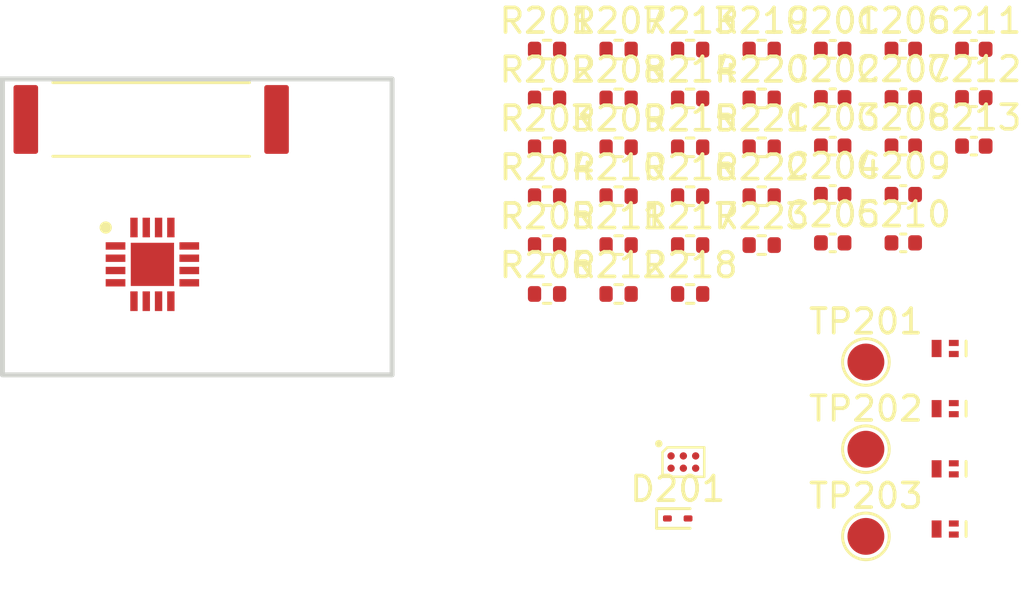
<source format=kicad_pcb>
(kicad_pcb (version 20221018) (generator pcbnew)
  (layers (0 "F.Cu" signal) (31 "B.Cu" signal) (34 "B.Paste" user) (35 "F.Paste" user) (36 "B.SilkS" user "B.Silkscreen") (37 "F.SilkS" user "F.Silkscreen") (38 "B.Mask" user) (39 "F.Mask" user) (44 "Edge.Cuts" user))
  (net 0 "")
  (net 1 "/RFID/SIGNAL")
  (net 2 "GND")
  (net 3 "/RFID/AMP1_IN")
  (net 4 "+3V3")
  (net 5 "/RFID/1V65_UNREG")
  (net 6 "/RFID/RF")
  (net 7 "/RFID/AMP2_IN")
  (net 8 "/RFID/SIGNAL_ENVELOPE")
  (net 9 "/RFID/AMP2_OUT")
  (net 10 "/RFID/AMP2_NEG")
  (net 11 "/RFID/CARRIER_RAW")
  (net 12 "/RFID/AMP3_IN")
  (net 13 "+1V8")
  (net 14 "/RFID/AMP3_OUT")
  (net 15 "/RFID/AMP3_NEG")
  (net 16 "/RFID/RF_IN")
  (net 17 "+1V65")
  (net 18 "/RFID/SHDN")
  (net 19 "/RFID/AMP1_OUT")
  (net 20 "/RFID/AMP1_NEG")
  (net 21 "/RFID/CARRIER")
  (net 22 "/RFID/OUT_SHIFT")
  (net 23 "/RFID/OUT_G")
  (net 24 "/RFID/SHIFT_G")
  (net 25 "/RFID/SHIFT_PD")
  (net 26 "+VSYS")
  (net 27 "/RFID/SHIFT_ND")
  (net 28 "/RFID/PULL_G")
  (net 29 "/RFID/PULL_D")
  (net 30 "/RFID/OUT")
  (net 31 "/RFID/PULL")
  (footprint "Resistor_SMD:R_0402_1005Metric" (layer "F.Cu") (at 143.915 82.585)
    (fp_text reference "R209" (at 0 -1.17) (layer "F.SilkS"))
    (fp_text value "4k7")
    (fp_line (start -0.153641 -0.38) (end 0.153641 -0.38) (stroke (width 0.12)) (layer "F.SilkS"))
    (fp_line (start -0.153641 0.38) (end 0.153641 0.38) (stroke (width 0.12)) (layer "F.SilkS"))
    (pad "1" smd roundrect (at -0.51 0) (size 0.54 0.64) (layers "F.Cu" "F.Paste" "F.Mask") (net 20 "/RFID/AMP1_NEG"))
    (pad "2" smd roundrect (at 0.51 0) (size 0.54 0.64) (layers "F.Cu" "F.Paste" "F.Mask") (net 19 "/RFID/AMP1_OUT"))
  )
  (footprint "Capacitor_SMD:C_0402_1005Metric" (layer "F.Cu") (at 152.625 84.505)
    (fp_text reference "C204" (at 0 -1.16) (layer "F.SilkS"))
    (fp_text value "1u")
    (fp_line (start -0.107836 -0.36) (end 0.107836 -0.36) (stroke (width 0.12)) (layer "F.SilkS"))
    (fp_line (start -0.107836 0.36) (end 0.107836 0.36) (stroke (width 0.12)) (layer "F.SilkS"))
    (pad "1" smd roundrect (at -0.48 0) (size 0.56 0.62) (layers "F.Cu" "F.Paste" "F.Mask") (net 5 "/RFID/1V65_UNREG"))
    (pad "2" smd roundrect (at 0.48 0) (size 0.56 0.62) (layers "F.Cu" "F.Paste" "F.Mask") (net 2 "GND"))
  )
  (footprint "Resistor_SMD:R_0402_1005Metric" (layer "F.Cu") (at 141.005 84.575)
    (fp_text reference "R204" (at 0 -1.17) (layer "F.SilkS"))
    (fp_text value "1k")
    (fp_line (start -0.153641 -0.38) (end 0.153641 -0.38) (stroke (width 0.12)) (layer "F.SilkS"))
    (fp_line (start -0.153641 0.38) (end 0.153641 0.38) (stroke (width 0.12)) (layer "F.SilkS"))
    (pad "1" smd roundrect (at -0.51 0) (size 0.54 0.64) (layers "F.Cu" "F.Paste" "F.Mask") (net 24 "/RFID/SHIFT_G"))
    (pad "2" smd roundrect (at 0.51 0) (size 0.54 0.64) (layers "F.Cu" "F.Paste" "F.Mask") (net 26 "+VSYS"))
  )
  (footprint "watch_footprints:DMN21D2UFB7B" (layer "F.Cu") (at 157.2 95.675)
    (fp_text reference "Q203" hide)
    (fp_text value "DMN21D2UFB-7B" hide)
    (fp_line (start 0.85 -0.3) (end 0.85 0.3) (stroke (width 0.12)) (layer "F.SilkS"))
    (pad "1" smd rect (at 0.35 0.225 90) (size 0.25 0.4) (layers "F.Cu" "F.Paste" "F.Mask") (net 24 "/RFID/SHIFT_G"))
    (pad "2" smd rect (at 0.35 -0.225 90) (size 0.25 0.4) (layers "F.Cu" "F.Paste" "F.Mask") (net 2 "GND"))
    (pad "3" smd rect (at -0.35 0) (size 0.4 0.7) (layers "F.Cu" "F.Paste" "F.Mask") (net 27 "/RFID/SHIFT_ND"))
  )
  (footprint "Resistor_SMD:R_0402_1005Metric" (layer "F.Cu") (at 143.915 88.555)
    (fp_text reference "R212" (at 0 -1.17) (layer "F.SilkS"))
    (fp_text value "33k")
    (fp_line (start -0.153641 -0.38) (end 0.153641 -0.38) (stroke (width 0.12)) (layer "F.SilkS"))
    (fp_line (start -0.153641 0.38) (end 0.153641 0.38) (stroke (width 0.12)) (layer "F.SilkS"))
    (pad "1" smd roundrect (at -0.51 0) (size 0.54 0.64) (layers "F.Cu" "F.Paste" "F.Mask") (net 5 "/RFID/1V65_UNREG"))
    (pad "2" smd roundrect (at 0.51 0) (size 0.54 0.64) (layers "F.Cu" "F.Paste" "F.Mask") (net 2 "GND"))
  )
  (footprint "Resistor_SMD:R_0402_1005Metric" (layer "F.Cu") (at 146.825 88.555)
    (fp_text reference "R218" (at 0 -1.17) (layer "F.SilkS"))
    (fp_text value "1k")
    (fp_line (start -0.153641 -0.38) (end 0.153641 -0.38) (stroke (width 0.12)) (layer "F.SilkS"))
    (fp_line (start -0.153641 0.38) (end 0.153641 0.38) (stroke (width 0.12)) (layer "F.SilkS"))
    (pad "1" smd roundrect (at -0.51 0) (size 0.54 0.64) (layers "F.Cu" "F.Paste" "F.Mask") (net 9 "/RFID/AMP2_OUT"))
    (pad "2" smd roundrect (at 0.51 0) (size 0.54 0.64) (layers "F.Cu" "F.Paste" "F.Mask") (net 12 "/RFID/AMP3_IN"))
  )
  (footprint "Capacitor_SMD:C_0402_1005Metric" (layer "F.Cu") (at 152.625 82.535)
    (fp_text reference "C203" (at 0 -1.16) (layer "F.SilkS"))
    (fp_text value "100n")
    (fp_line (start -0.107836 -0.36) (end 0.107836 -0.36) (stroke (width 0.12)) (layer "F.SilkS"))
    (fp_line (start -0.107836 0.36) (end 0.107836 0.36) (stroke (width 0.12)) (layer "F.SilkS"))
    (pad "1" smd roundrect (at -0.48 0) (size 0.56 0.62) (layers "F.Cu" "F.Paste" "F.Mask") (net 4 "+3V3"))
    (pad "2" smd roundrect (at 0.48 0) (size 0.56 0.62) (layers "F.Cu" "F.Paste" "F.Mask") (net 2 "GND"))
  )
  (footprint "TestPoint:TestPoint_Pad_D1.5mm" (layer "F.Cu") (at 153.975 98.425)
    (fp_text reference "TP203" (at 0 -1.648) (layer "F.SilkS"))
    (fp_text value "1.5mm")
    (fp_circle (center 0 0) (end 0 0.95) (stroke (width 0.12)) (fill none) (layer "F.SilkS"))
    (pad "1" smd circle (at 0 0) (size 1.5 1.5) (layers "F.Cu" "F.Mask") (net 16 "/RFID/RF_IN"))
  )
  (footprint "Capacitor_SMD:C_0402_1005Metric" (layer "F.Cu") (at 152.625 86.475)
    (fp_text reference "C205" (at 0 -1.16) (layer "F.SilkS"))
    (fp_text value "330p")
    (fp_line (start -0.107836 -0.36) (end 0.107836 -0.36) (stroke (width 0.12)) (layer "F.SilkS"))
    (fp_line (start -0.107836 0.36) (end 0.107836 0.36) (stroke (width 0.12)) (layer "F.SilkS"))
    (pad "1" smd roundrect (at -0.48 0) (size 0.56 0.62) (layers "F.Cu" "F.Paste" "F.Mask") (net 6 "/RFID/RF"))
    (pad "2" smd roundrect (at 0.48 0) (size 0.56 0.62) (layers "F.Cu" "F.Paste" "F.Mask") (net 2 "GND"))
  )
  (footprint "Capacitor_SMD:C_0402_1005Metric" (layer "F.Cu") (at 155.495 82.535)
    (fp_text reference "C208" (at 0 -1.16) (layer "F.SilkS"))
    (fp_text value "100p")
    (fp_line (start -0.107836 -0.36) (end 0.107836 -0.36) (stroke (width 0.12)) (layer "F.SilkS"))
    (fp_line (start -0.107836 0.36) (end 0.107836 0.36) (stroke (width 0.12)) (layer "F.SilkS"))
    (pad "1" smd roundrect (at -0.48 0) (size 0.56 0.62) (layers "F.Cu" "F.Paste" "F.Mask") (net 9 "/RFID/AMP2_OUT"))
    (pad "2" smd roundrect (at 0.48 0) (size 0.56 0.62) (layers "F.Cu" "F.Paste" "F.Mask") (net 10 "/RFID/AMP2_NEG"))
  )
  (footprint "Capacitor_SMD:C_0402_1005Metric" (layer "F.Cu") (at 158.365 82.535)
    (fp_text reference "C213" (at 0 -1.16) (layer "F.SilkS"))
    (fp_text value "100p")
    (fp_line (start -0.107836 -0.36) (end 0.107836 -0.36) (stroke (width 0.12)) (layer "F.SilkS"))
    (fp_line (start -0.107836 0.36) (end 0.107836 0.36) (stroke (width 0.12)) (layer "F.SilkS"))
    (pad "1" smd roundrect (at -0.48 0) (size 0.56 0.62) (layers "F.Cu" "F.Paste" "F.Mask") (net 16 "/RFID/RF_IN"))
    (pad "2" smd roundrect (at 0.48 0) (size 0.56 0.62) (layers "F.Cu" "F.Paste" "F.Mask") (net 2 "GND"))
  )
  (footprint "Resistor_SMD:R_0402_1005Metric" (layer "F.Cu") (at 146.825 82.585)
    (fp_text reference "R215" (at 0 -1.17) (layer "F.SilkS"))
    (fp_text value "100R")
    (fp_line (start -0.153641 -0.38) (end 0.153641 -0.38) (stroke (width 0.12)) (layer "F.SilkS"))
    (fp_line (start -0.153641 0.38) (end 0.153641 0.38) (stroke (width 0.12)) (layer "F.SilkS"))
    (pad "1" smd roundrect (at -0.51 0) (size 0.54 0.64) (layers "F.Cu" "F.Paste" "F.Mask") (net 31 "/RFID/PULL"))
    (pad "2" smd roundrect (at 0.51 0) (size 0.54 0.64) (layers "F.Cu" "F.Paste" "F.Mask") (net 28 "/RFID/PULL_G"))
  )
  (footprint "Resistor_SMD:R_0402_1005Metric" (layer "F.Cu") (at 141.005 88.555)
    (fp_text reference "R206" (at 0 -1.17) (layer "F.SilkS"))
    (fp_text value "4R7")
    (fp_line (start -0.153641 -0.38) (end 0.153641 -0.38) (stroke (width 0.12)) (layer "F.SilkS"))
    (fp_line (start -0.153641 0.38) (end 0.153641 0.38) (stroke (width 0.12)) (layer "F.SilkS"))
    (pad "1" smd roundrect (at -0.51 0) (size 0.54 0.64) (layers "F.Cu" "F.Paste" "F.Mask") (net 22 "/RFID/OUT_SHIFT"))
    (pad "2" smd roundrect (at 0.51 0) (size 0.54 0.64) (layers "F.Cu" "F.Paste" "F.Mask") (net 25 "/RFID/SHIFT_PD"))
  )
  (footprint "Resistor_SMD:R_0402_1005Metric" (layer "F.Cu") (at 146.825 80.595)
    (fp_text reference "R214" (at 0 -1.17) (layer "F.SilkS"))
    (fp_text value "1k")
    (fp_line (start -0.153641 -0.38) (end 0.153641 -0.38) (stroke (width 0.12)) (layer "F.SilkS"))
    (fp_line (start -0.153641 0.38) (end 0.153641 0.38) (stroke (width 0.12)) (layer "F.SilkS"))
    (pad "1" smd roundrect (at -0.51 0) (size 0.54 0.64) (layers "F.Cu" "F.Paste" "F.Mask") (net 7 "/RFID/AMP2_IN"))
    (pad "2" smd roundrect (at 0.51 0) (size 0.54 0.64) (layers "F.Cu" "F.Paste" "F.Mask") (net 10 "/RFID/AMP2_NEG"))
  )
  (footprint "Capacitor_SMD:C_0402_1005Metric" (layer "F.Cu") (at 155.495 86.475)
    (fp_text reference "C210" (at 0 -1.16) (layer "F.SilkS"))
    (fp_text value "4n7")
    (fp_line (start -0.107836 -0.36) (end 0.107836 -0.36) (stroke (width 0.12)) (layer "F.SilkS"))
    (fp_line (start -0.107836 0.36) (end 0.107836 0.36) (stroke (width 0.12)) (layer "F.SilkS"))
    (pad "1" smd roundrect (at -0.48 0) (size 0.56 0.62) (layers "F.Cu" "F.Paste" "F.Mask") (net 12 "/RFID/AMP3_IN"))
    (pad "2" smd roundrect (at 0.48 0) (size 0.56 0.62) (layers "F.Cu" "F.Paste" "F.Mask") (net 2 "GND"))
  )
  (footprint "Resistor_SMD:R_0402_1005Metric" (layer "F.Cu") (at 149.735 86.565)
    (fp_text reference "R223" (at 0 -1.17) (layer "F.SilkS"))
    (fp_text value "20k")
    (fp_line (start -0.153641 -0.38) (end 0.153641 -0.38) (stroke (width 0.12)) (layer "F.SilkS"))
    (fp_line (start -0.153641 0.38) (end 0.153641 0.38) (stroke (width 0.12)) (layer "F.SilkS"))
    (pad "1" smd roundrect (at -0.51 0) (size 0.54 0.64) (layers "F.Cu" "F.Paste" "F.Mask") (net 16 "/RFID/RF_IN"))
    (pad "2" smd roundrect (at 0.51 0) (size 0.54 0.64) (layers "F.Cu" "F.Paste" "F.Mask") (net 2 "GND"))
  )
  (footprint "Diode_SMD:D_SOD-923" (layer "F.Cu") (at 146.32 97.695)
    (fp_text reference "D201" (at 0 -1.2) (layer "F.SilkS"))
    (fp_text value "ACDBQC0130L-HF")
    (fp_line (start -0.86 -0.4) (end -0.86 0.4) (stroke (width 0.12)) (layer "F.SilkS"))
    (fp_line (start 0.5 -0.4) (end -0.86 -0.4) (stroke (width 0.12)) (layer "F.SilkS"))
    (fp_line (start 0.5 0.4) (end -0.86 0.4) (stroke (width 0.12)) (layer "F.SilkS"))
    (pad "1" smd roundrect (at -0.42 0 180) (size 0.36 0.25) (layers "F.Cu" "F.Paste" "F.Mask") (net 8 "/RFID/SIGNAL_ENVELOPE"))
    (pad "2" smd roundrect (at 0.42 0 180) (size 0.36 0.25) (layers "F.Cu" "F.Paste" "F.Mask") (net 6 "/RFID/RF"))
  )
  (footprint "Resistor_SMD:R_0402_1005Metric" (layer "F.Cu") (at 146.825 86.565)
    (fp_text reference "R217" (at 0 -1.17) (layer "F.SilkS"))
    (fp_text value "330k")
    (fp_line (start -0.153641 -0.38) (end 0.153641 -0.38) (stroke (width 0.12)) (layer "F.SilkS"))
    (fp_line (start -0.153641 0.38) (end 0.153641 0.38) (stroke (width 0.12)) (layer "F.SilkS"))
    (pad "1" smd roundrect (at -0.51 0) (size 0.54 0.64) (layers "F.Cu" "F.Paste" "F.Mask") (net 2 "GND"))
    (pad "2" smd roundrect (at 0.51 0) (size 0.54 0.64) (layers "F.Cu" "F.Paste" "F.Mask") (net 8 "/RFID/SIGNAL_ENVELOPE"))
  )
  (footprint "watch_footprints:DMP21D5UFB47B" (layer "F.Cu") (at 157.2 93.225)
    (fp_text reference "Q202" hide)
    (fp_text value "DMP21D5UFB4-7B" hide)
    (fp_line (start 0.85 -0.3) (end 0.85 0.3) (stroke (width 0.12)) (layer "F.SilkS"))
    (pad "1" smd rect (at -0.35 0) (size 0.4 0.7) (layers "F.Cu" "F.Paste" "F.Mask") (net 25 "/RFID/SHIFT_PD"))
    (pad "2" smd rect (at 0.35 0.225 90) (size 0.25 0.4) (layers "F.Cu" "F.Paste" "F.Mask") (net 24 "/RFID/SHIFT_G"))
    (pad "3" smd rect (at 0.35 -0.225 90) (size 0.25 0.4) (layers "F.Cu" "F.Paste" "F.Mask") (net 26 "+VSYS"))
  )
  (footprint "Resistor_SMD:R_0402_1005Metric" (layer "F.Cu") (at 146.825 84.575)
    (fp_text reference "R216" (at 0 -1.17) (layer "F.SilkS"))
    (fp_text value "330")
    (fp_line (start -0.153641 -0.38) (end 0.153641 -0.38) (stroke (width 0.12)) (layer "F.SilkS"))
    (fp_line (start -0.153641 0.38) (end 0.153641 0.38) (stroke (width 0.12)) (layer "F.SilkS"))
    (pad "1" smd roundrect (at -0.51 0) (size 0.54 0.64) (layers "F.Cu" "F.Paste" "F.Mask") (net 29 "/RFID/PULL_D"))
    (pad "2" smd roundrect (at 0.51 0) (size 0.54 0.64) (layers "F.Cu" "F.Paste" "F.Mask") (net 8 "/RFID/SIGNAL_ENVELOPE"))
  )
  (footprint "Resistor_SMD:R_0402_1005Metric" (layer "F.Cu") (at 141.005 80.595)
    (fp_text reference "R202" (at 0 -1.17) (layer "F.SilkS"))
    (fp_text value "100R")
    (fp_line (start -0.153641 -0.38) (end 0.153641 -0.38) (stroke (width 0.12)) (layer "F.SilkS"))
    (fp_line (start -0.153641 0.38) (end 0.153641 0.38) (stroke (width 0.12)) (layer "F.SilkS"))
    (pad "1" smd roundrect (at -0.51 0) (size 0.54 0.64) (layers "F.Cu" "F.Paste" "F.Mask") (net 30 "/RFID/OUT"))
    (pad "2" smd roundrect (at 0.51 0) (size 0.54 0.64) (layers "F.Cu" "F.Paste" "F.Mask") (net 23 "/RFID/OUT_G"))
  )
  (footprint "TestPoint:TestPoint_Pad_D1.5mm" (layer "F.Cu") (at 153.975 94.875)
    (fp_text reference "TP202" (at 0 -1.648) (layer "F.SilkS"))
    (fp_text value "1.5mm")
    (fp_circle (center 0 0) (end 0 0.95) (stroke (width 0.12)) (fill none) (layer "F.SilkS"))
    (pad "1" smd circle (at 0 0) (size 1.5 1.5) (layers "F.Cu" "F.Mask") (net 8 "/RFID/SIGNAL_ENVELOPE"))
  )
  (footprint "Capacitor_SMD:C_0402_1005Metric" (layer "F.Cu") (at 152.625 80.565)
    (fp_text reference "C202" (at 0 -1.16) (layer "F.SilkS"))
    (fp_text value "220n")
    (fp_line (start -0.107836 -0.36) (end 0.107836 -0.36) (stroke (width 0.12)) (layer "F.SilkS"))
    (fp_line (start -0.107836 0.36) (end 0.107836 0.36) (stroke (width 0.12)) (layer "F.SilkS"))
    (pad "1" smd roundrect (at -0.48 0) (size 0.56 0.62) (layers "F.Cu" "F.Paste" "F.Mask") (net 1 "/RFID/SIGNAL"))
    (pad "2" smd roundrect (at 0.48 0) (size 0.56 0.62) (layers "F.Cu" "F.Paste" "F.Mask") (net 3 "/RFID/AMP1_IN"))
  )
  (footprint "Resistor_SMD:R_0402_1005Metric" (layer "F.Cu") (at 141.005 82.585)
    (fp_text reference "R203" (at 0 -1.17) (layer "F.SilkS"))
    (fp_text value "5k1")
    (fp_line (start -0.153641 -0.38) (end 0.153641 -0.38) (stroke (width 0.12)) (layer "F.SilkS"))
    (fp_line (start -0.153641 0.38) (end 0.153641 0.38) (stroke (width 0.12)) (layer "F.SilkS"))
    (pad "1" smd roundrect (at -0.51 0) (size 0.54 0.64) (layers "F.Cu" "F.Paste" "F.Mask") (net 8 "/RFID/SIGNAL_ENVELOPE"))
    (pad "2" smd roundrect (at 0.51 0) (size 0.54 0.64) (layers "F.Cu" "F.Paste" "F.Mask") (net 1 "/RFID/SIGNAL"))
  )
  (footprint "Resistor_SMD:R_0402_1005Metric" (layer "F.Cu") (at 141.005 86.565)
    (fp_text reference "R205" (at 0 -1.17) (layer "F.SilkS"))
    (fp_text value "1M")
    (fp_line (start -0.153641 -0.38) (end 0.153641 -0.38) (stroke (width 0.12)) (layer "F.SilkS"))
    (fp_line (start -0.153641 0.38) (end 0.153641 0.38) (stroke (width 0.12)) (layer "F.SilkS"))
    (pad "1" smd roundrect (at -0.51 0) (size 0.54 0.64) (layers "F.Cu" "F.Paste" "F.Mask") (net 3 "/RFID/AMP1_IN"))
    (pad "2" smd roundrect (at 0.51 0) (size 0.54 0.64) (layers "F.Cu" "F.Paste" "F.Mask") (net 17 "+1V65"))
  )
  (footprint "Resistor_SMD:R_0402_1005Metric" (layer "F.Cu") (at 149.735 78.605)
    (fp_text reference "R219" (at 0 -1.17) (layer "F.SilkS"))
    (fp_text value "330k")
    (fp_line (start -0.153641 -0.38) (end 0.153641 -0.38) (stroke (width 0.12)) (layer "F.SilkS"))
    (fp_line (start -0.153641 0.38) (end 0.153641 0.38) (stroke (width 0.12)) (layer "F.SilkS"))
    (pad "1" smd roundrect (at -0.51 0) (size 0.54 0.64) (layers "F.Cu" "F.Paste" "F.Mask") (net 2 "GND"))
    (pad "2" smd roundrect (at 0.51 0) (size 0.54 0.64) (layers "F.Cu" "F.Paste" "F.Mask") (net 11 "/RFID/CARRIER_RAW"))
  )
  (footprint "TestPoint:TestPoint_Pad_D1.5mm" (layer "F.Cu") (at 153.975 91.325)
    (fp_text reference "TP201" (at 0 -1.648) (layer "F.SilkS"))
    (fp_text value "1.5mm")
    (fp_circle (center 0 0) (end 0 0.95) (stroke (width 0.12)) (fill none) (layer "F.SilkS"))
    (pad "1" smd circle (at 0 0) (size 1.5 1.5) (layers "F.Cu" "F.Mask") (net 6 "/RFID/RF"))
  )
  (footprint "Resistor_SMD:R_0402_1005Metric" (layer "F.Cu") (at 143.915 86.565)
    (fp_text reference "R211" (at 0 -1.17) (layer "F.SilkS"))
    (fp_text value "33k")
    (fp_line (start -0.153641 -0.38) (end 0.153641 -0.38) (stroke (width 0.12)) (layer "F.SilkS"))
    (fp_line (start -0.153641 0.38) (end 0.153641 0.38) (stroke (width 0.12)) (layer "F.SilkS"))
    (pad "1" smd roundrect (at -0.51 0) (size 0.54 0.64) (layers "F.Cu" "F.Paste" "F.Mask") (net 4 "+3V3"))
    (pad "2" smd roundrect (at 0.51 0) (size 0.54 0.64) (layers "F.Cu" "F.Paste" "F.Mask") (net 5 "/RFID/1V65_UNREG"))
  )
  (footprint "watch_footprints:BGA6C50P3X2_152X100X69" (layer "F.Cu") (at 146.549 95.399)
    (fp_text reference "IC202" hide)
    (fp_text value "MAX9027EBT+T" hide)
    (fp_line (start -0.85 -0.4) (end -0.65 -0.6) (stroke (width 0.1)) (layer "F.SilkS"))
    (fp_line (start -0.85 0.6) (end -0.85 -0.4) (stroke (width 0.1)) (layer "F.SilkS"))
    (fp_line (start -0.65 -0.6) (end 0.85 -0.6) (stroke (width 0.1)) (layer "F.SilkS"))
    (fp_line (start 0.85 -0.6) (end 0.85 0.6) (stroke (width 0.1)) (layer "F.SilkS"))
    (fp_line (start 0.85 0.6) (end -0.85 0.6) (stroke (width 0.1)) (layer "F.SilkS"))
    (fp_circle (center -0.999 -0.749) (end -0.899 -0.749) (stroke (width 0.1)) (fill solid) (layer "F.SilkS"))
    (pad "A1" smd circle (at -0.5 -0.25 90) (size 0.298 0.298) (layers "F.Cu" "F.Paste" "F.Mask") (net 13 "+1V8"))
    (pad "A2" smd circle (at 0 -0.25 90) (size 0.298 0.298) (layers "F.Cu" "F.Paste" "F.Mask") (net 21 "/RFID/CARRIER"))
    (pad "A3" smd circle (at 0.5 -0.25 90) (size 0.298 0.298) (layers "F.Cu" "F.Paste" "F.Mask") (net 2 "GND"))
    (pad "B1" smd circle (at -0.5 0.25 90) (size 0.298 0.298) (layers "F.Cu" "F.Paste" "F.Mask") (net 11 "/RFID/CARRIER_RAW"))
    (pad "B2" smd circle (at 0 0.25 90) (size 0.298 0.298) (layers "F.Cu" "F.Paste" "F.Mask") (net 2 "GND"))
    (pad "B3" smd circle (at 0.5 0.25 90) (size 0.298 0.298) (layers "F.Cu" "F.Paste" "F.Mask") (net 2 "GND"))
  )
  (footprint "watch_footprints:DMN21D2UFB7B" (layer "F.Cu") (at 157.2 98.125)
    (fp_text reference "Q204" hide)
    (fp_text value "DMN21D2UFB-7B" hide)
    (fp_line (start 0.85 -0.3) (end 0.85 0.3) (stroke (width 0.12)) (layer "F.SilkS"))
    (pad "1" smd rect (at 0.35 0.225 90) (size 0.25 0.4) (layers "F.Cu" "F.Paste" "F.Mask") (net 28 "/RFID/PULL_G"))
    (pad "2" smd rect (at 0.35 -0.225 90) (size 0.25 0.4) (layers "F.Cu" "F.Paste" "F.Mask") (net 2 "GND"))
    (pad "3" smd rect (at -0.35 0) (size 0.4 0.7) (layers "F.Cu" "F.Paste" "F.Mask") (net 29 "/RFID/PULL_D"))
  )
  (footprint "Resistor_SMD:R_0402_1005Metric" (layer "F.Cu") (at 146.825 78.605)
    (fp_text reference "R213" (at 0 -1.17) (layer "F.SilkS"))
    (fp_text value "10k")
    (fp_line (start -0.153641 -0.38) (end 0.153641 -0.38) (stroke (width 0.12)) (layer "F.SilkS"))
    (fp_line (start -0.153641 0.38) (end 0.153641 0.38) (stroke (width 0.12)) (layer "F.SilkS"))
    (pad "1" smd roundrect (at -0.51 0) (size 0.54 0.64) (layers "F.Cu" "F.Paste" "F.Mask") (net 9 "/RFID/AMP2_OUT"))
    (pad "2" smd roundrect (at 0.51 0) (size 0.54 0.64) (layers "F.Cu" "F.Paste" "F.Mask") (net 7 "/RFID/AMP2_IN"))
  )
  (footprint "Capacitor_SMD:C_0402_1005Metric" (layer "F.Cu") (at 155.495 80.565)
    (fp_text reference "C207" (at 0 -1.16) (layer "F.SilkS"))
    (fp_text value "10n")
    (fp_line (start -0.107836 -0.36) (end 0.107836 -0.36) (stroke (width 0.12)) (layer "F.SilkS"))
    (fp_line (start -0.107836 0.36) (end 0.107836 0.36) (stroke (width 0.12)) (layer "F.SilkS"))
    (pad "1" smd roundrect (at -0.48 0) (size 0.56 0.62) (layers "F.Cu" "F.Paste" "F.Mask") (net 8 "/RFID/SIGNAL_ENVELOPE"))
    (pad "2" smd roundrect (at 0.48 0) (size 0.56 0.62) (layers "F.Cu" "F.Paste" "F.Mask") (net 2 "GND"))
  )
  (footprint "Resistor_SMD:R_0402_1005Metric" (layer "F.Cu") (at 143.915 84.575)
    (fp_text reference "R210" (at 0 -1.17) (layer "F.SilkS"))
    (fp_text value "1k")
    (fp_line (start -0.153641 -0.38) (end 0.153641 -0.38) (stroke (width 0.12)) (layer "F.SilkS"))
    (fp_line (start -0.153641 0.38) (end 0.153641 0.38) (stroke (width 0.12)) (layer "F.SilkS"))
    (pad "1" smd roundrect (at -0.51 0) (size 0.54 0.64) (layers "F.Cu" "F.Paste" "F.Mask") (net 19 "/RFID/AMP1_OUT"))
    (pad "2" smd roundrect (at 0.51 0) (size 0.54 0.64) (layers "F.Cu" "F.Paste" "F.Mask") (net 7 "/RFID/AMP2_IN"))
  )
  (footprint "Capacitor_SMD:C_0402_1005Metric" (layer "F.Cu") (at 158.365 78.595)
    (fp_text reference "C211" (at 0 -1.16) (layer "F.SilkS"))
    (fp_text value "100n")
    (fp_line (start -0.107836 -0.36) (end 0.107836 -0.36) (stroke (width 0.12)) (layer "F.SilkS"))
    (fp_line (start -0.107836 0.36) (end 0.107836 0.36) (stroke (width 0.12)) (layer "F.SilkS"))
    (pad "1" smd roundrect (at -0.48 0) (size 0.56 0.62) (layers "F.Cu" "F.Paste" "F.Mask") (net 13 "+1V8"))
    (pad "2" smd roundrect (at 0.48 0) (size 0.56 0.62) (layers "F.Cu" "F.Paste" "F.Mask") (net 2 "GND"))
  )
  (footprint "watch_footprints:DMN21D2UFB7B" (layer "F.Cu") (at 157.2 90.775)
    (fp_text reference "Q201" hide)
    (fp_text value "DMN21D2UFB-7B" hide)
    (fp_line (start 0.85 -0.3) (end 0.85 0.3) (stroke (width 0.12)) (layer "F.SilkS"))
    (pad "1" smd rect (at 0.35 0.225 90) (size 0.25 0.4) (layers "F.Cu" "F.Paste" "F.Mask") (net 23 "/RFID/OUT_G"))
    (pad "2" smd rect (at 0.35 -0.225 90) (size 0.25 0.4) (layers "F.Cu" "F.Paste" "F.Mask") (net 2 "GND"))
    (pad "3" smd rect (at -0.35 0) (size 0.4 0.7) (layers "F.Cu" "F.Paste" "F.Mask") (net 24 "/RFID/SHIFT_G"))
  )
  (footprint "Capacitor_SMD:C_0402_1005Metric" (layer "F.Cu") (at 152.625 78.595)
    (fp_text reference "C201" (at 0 -1.16) (layer "F.SilkS"))
    (fp_text value "1n")
    (fp_line (start -0.107836 -0.36) (end 0.107836 -0.36) (stroke (width 0.12)) (layer "F.SilkS"))
    (fp_line (start -0.107836 0.36) (end 0.107836 0.36) (stroke (width 0.12)) (layer "F.SilkS"))
    (pad "1" smd roundrect (at -0.48 0) (size 0.56 0.62) (layers "F.Cu" "F.Paste" "F.Mask") (net 1 "/RFID/SIGNAL"))
    (pad "2" smd roundrect (at 0.48 0) (size 0.56 0.62) (layers "F.Cu" "F.Paste" "F.Mask") (net 2 "GND"))
  )
  (footprint "Resistor_SMD:R_0402_1005Metric" (layer "F.Cu") (at 149.735 82.585)
    (fp_text reference "R221" (at 0 -1.17) (layer "F.SilkS"))
    (fp_text value "1k")
    (fp_line (start -0.153641 -0.38) (end 0.153641 -0.38) (stroke (width 0.12)) (layer "F.SilkS"))
    (fp_line (start -0.153641 0.38) (end 0.153641 0.38) (stroke (width 0.12)) (layer "F.SilkS"))
    (pad "1" smd roundrect (at -0.51 0) (size 0.54 0.64) (layers "F.Cu" "F.Paste" "F.Mask") (net 12 "/RFID/AMP3_IN"))
    (pad "2" smd roundrect (at 0.51 0) (size 0.54 0.64) (layers "F.Cu" "F.Paste" "F.Mask") (net 15 "/RFID/AMP3_NEG"))
  )
  (footprint "watch_footprints:TR1102-0491J" (layer "F.Cu") (at 124.9 81.45)
    (fp_text reference "L201" hide)
    (fp_text value "TR1102-0491J")
    (fp_line (start -4 -1.5) (end 4 -1.5) (stroke (width 0.12)) (layer "F.SilkS"))
    (fp_line (start 4 1.5) (end -4 1.5) (stroke (width 0.12)) (layer "F.SilkS"))
    (pad "1" smd roundrect (at -5.1 0) (size 1 2.8) (layers "F.Cu" "F.Paste" "F.Mask") (roundrect_rratio 0.1) (net 22 "/RFID/OUT_SHIFT"))
    (pad "2" smd roundrect (at 5.1 0) (size 1 2.8) (layers "F.Cu" "F.Paste" "F.Mask") (roundrect_rratio 0.1) (net 6 "/RFID/RF"))
  )
  (footprint "Resistor_SMD:R_0402_1005Metric" (layer "F.Cu") (at 149.735 84.575)
    (fp_text reference "R222" (at 0 -1.17) (layer "F.SilkS"))
    (fp_text value "10k")
    (fp_line (start -0.153641 -0.38) (end 0.153641 -0.38) (stroke (width 0.12)) (layer "F.SilkS"))
    (fp_line (start -0.153641 0.38) (end 0.153641 0.38) (stroke (width 0.12)) (layer "F.SilkS"))
    (pad "1" smd roundrect (at -0.51 0) (size 0.54 0.64) (layers "F.Cu" "F.Paste" "F.Mask") (net 14 "/RFID/AMP3_OUT"))
    (pad "2" smd roundrect (at 0.51 0) (size 0.54 0.64) (layers "F.Cu" "F.Paste" "F.Mask") (net 16 "/RFID/RF_IN"))
  )
  (footprint "Capacitor_SMD:C_0402_1005Metric" (layer "F.Cu") (at 155.495 84.505)
    (fp_text reference "C209" (at 0 -1.16) (layer "F.SilkS"))
    (fp_text value "10n")
    (fp_line (start -0.107836 -0.36) (end 0.107836 -0.36) (stroke (width 0.12)) (layer "F.SilkS"))
    (fp_line (start -0.107836 0.36) (end 0.107836 0.36) (stroke (width 0.12)) (layer "F.SilkS"))
    (pad "1" smd roundrect (at -0.48 0) (size 0.56 0.62) (layers "F.Cu" "F.Paste" "F.Mask") (net 6 "/RFID/RF"))
    (pad "2" smd roundrect (at 0.48 0) (size 0.56 0.62) (layers "F.Cu" "F.Paste" "F.Mask") (net 11 "/RFID/CARRIER_RAW"))
  )
  (footprint "Resistor_SMD:R_0402_1005Metric" (layer "F.Cu") (at 141.005 78.605)
    (fp_text reference "R201" (at 0 -1.17) (layer "F.SilkS"))
    (fp_text value "10k")
    (fp_line (start -0.153641 -0.38) (end 0.153641 -0.38) (stroke (width 0.12)) (layer "F.SilkS"))
    (fp_line (start -0.153641 0.38) (end 0.153641 0.38) (stroke (width 0.12)) (layer "F.SilkS"))
    (pad "1" smd roundrect (at -0.51 0) (size 0.54 0.64) (layers "F.Cu" "F.Paste" "F.Mask") (net 2 "GND"))
    (pad "2" smd roundrect (at 0.51 0) (size 0.54 0.64) (layers "F.Cu" "F.Paste" "F.Mask") (net 30 "/RFID/OUT"))
  )
  (footprint "Resistor_SMD:R_0402_1005Metric" (layer "F.Cu") (at 143.915 78.605)
    (fp_text reference "R207" (at 0 -1.17) (layer "F.SilkS"))
    (fp_text value "4R7")
    (fp_line (start -0.153641 -0.38) (end 0.153641 -0.38) (stroke (width 0.12)) (layer "F.SilkS"))
    (fp_line (start -0.153641 0.38) (end 0.153641 0.38) (stroke (width 0.12)) (layer "F.SilkS"))
    (pad "1" smd roundrect (at -0.51 0) (size 0.54 0.64) (layers "F.Cu" "F.Paste" "F.Mask") (net 27 "/RFID/SHIFT_ND"))
    (pad "2" smd roundrect (at 0.51 0) (size 0.54 0.64) (layers "F.Cu" "F.Paste" "F.Mask") (net 22 "/RFID/OUT_SHIFT"))
  )
  (footprint "Resistor_SMD:R_0402_1005Metric" (layer "F.Cu") (at 143.915 80.595)
    (fp_text reference "R208" (at 0 -1.17) (layer "F.SilkS"))
    (fp_text value "1k")
    (fp_line (start -0.153641 -0.38) (end 0.153641 -0.38) (stroke (width 0.12)) (layer "F.SilkS"))
    (fp_line (start -0.153641 0.38) (end 0.153641 0.38) (stroke (width 0.12)) (layer "F.SilkS"))
    (pad "1" smd roundrect (at -0.51 0) (size 0.54 0.64) (layers "F.Cu" "F.Paste" "F.Mask") (net 17 "+1V65"))
    (pad "2" smd roundrect (at 0.51 0) (size 0.54 0.64) (layers "F.Cu" "F.Paste" "F.Mask") (net 20 "/RFID/AMP1_NEG"))
  )
  (footprint "Resistor_SMD:R_0402_1005Metric" (layer "F.Cu") (at 149.735 80.595)
    (fp_text reference "R220" (at 0 -1.17) (layer "F.SilkS"))
    (fp_text value "10k")
    (fp_line (start -0.153641 -0.38) (end 0.153641 -0.38) (stroke (width 0.12)) (layer "F.SilkS"))
    (fp_line (start -0.153641 0.38) (end 0.153641 0.38) (stroke (width 0.12)) (layer "F.SilkS"))
    (pad "1" smd roundrect (at -0.51 0) (size 0.54 0.64) (layers "F.Cu" "F.Paste" "F.Mask") (net 14 "/RFID/AMP3_OUT"))
    (pad "2" smd roundrect (at 0.51 0) (size 0.54 0.64) (layers "F.Cu" "F.Paste" "F.Mask") (net 12 "/RFID/AMP3_IN"))
  )
  (footprint "Capacitor_SMD:C_0402_1005Metric" (layer "F.Cu") (at 155.495 78.595)
    (fp_text reference "C206" (at 0 -1.16) (layer "F.SilkS"))
    (fp_text value "4n7")
    (fp_line (start -0.107836 -0.36) (end 0.107836 -0.36) (stroke (width 0.12)) (layer "F.SilkS"))
    (fp_line (start -0.107836 0.36) (end 0.107836 0.36) (stroke (width 0.12)) (layer "F.SilkS"))
    (pad "1" smd roundrect (at -0.48 0) (size 0.56 0.62) (layers "F.Cu" "F.Paste" "F.Mask") (net 7 "/RFID/AMP2_IN"))
    (pad "2" smd roundrect (at 0.48 0) (size 0.56 0.62) (layers "F.Cu" "F.Paste" "F.Mask") (net 2 "GND"))
  )
  (footprint "watch_footprints:QFN50P300X300X80-17N-D" (layer "F.Cu") (at 124.95 87.35)
    (fp_text reference "IC201" hide)
    (fp_text value "TLV9004SIRTER" hide)
    (fp_circle (center -1.9 -1.5) (end -1.9 -1.375) (stroke (width 0.25)) (fill none) (layer "F.SilkS"))
    (pad "1" smd rect (at -1.5 -0.75 90) (size 0.3 0.8) (layers "F.Cu" "F.Paste" "F.Mask") (net 17 "+1V65"))
    (pad "2" smd rect (at -1.5 -0.25 90) (size 0.3 0.8) (layers "F.Cu" "F.Paste" "F.Mask") (net 4 "+3V3"))
    (pad "3" smd rect (at -1.5 0.25 90) (size 0.3 0.8) (layers "F.Cu" "F.Paste" "F.Mask") (net 5 "/RFID/1V65_UNREG"))
    (pad "4" smd rect (at -1.5 0.75 90) (size 0.3 0.8) (layers "F.Cu" "F.Paste" "F.Mask") (net 17 "+1V65"))
    (pad "5" smd rect (at -0.75 1.5) (size 0.3 0.8) (layers "F.Cu" "F.Paste" "F.Mask") (net 17 "+1V65"))
    (pad "6" smd rect (at -0.25 1.5) (size 0.3 0.8) (layers "F.Cu" "F.Paste" "F.Mask") (net 18 "/RFID/SHDN"))
    (pad "7" smd rect (at 0.25 1.5) (size 0.3 0.8) (layers "F.Cu" "F.Paste" "F.Mask") (net 18 "/RFID/SHDN"))
    (pad "8" smd rect (at 0.75 1.5) (size 0.3 0.8) (layers "F.Cu" "F.Paste" "F.Mask") (net 19 "/RFID/AMP1_OUT"))
    (pad "9" smd rect (at 1.5 0.75 90) (size 0.3 0.8) (layers "F.Cu" "F.Paste" "F.Mask") (net 20 "/RFID/AMP1_NEG"))
    (pad "10" smd rect (at 1.5 0.25 90) (size 0.3 0.8) (layers "F.Cu" "F.Paste" "F.Mask") (net 3 "/RFID/AMP1_IN"))
    (pad "11" smd rect (at 1.5 -0.25 90) (size 0.3 0.8) (layers "F.Cu" "F.Paste" "F.Mask") (net 2 "GND"))
    (pad "12" smd rect (at 1.5 -0.75 90) (size 0.3 0.8) (layers "F.Cu" "F.Paste" "F.Mask") (net 17 "+1V65"))
    (pad "13" smd rect (at 0.75 -1.5) (size 0.3 0.8) (layers "F.Cu" "F.Paste" "F.Mask") (net 10 "/RFID/AMP2_NEG"))
    (pad "14" smd rect (at 0.25 -1.5) (size 0.3 0.8) (layers "F.Cu" "F.Paste" "F.Mask") (net 9 "/RFID/AMP2_OUT"))
    (pad "15" smd rect (at -0.25 -1.5) (size 0.3 0.8) (layers "F.Cu" "F.Paste" "F.Mask") (net 14 "/RFID/AMP3_OUT"))
    (pad "16" smd rect (at -0.75 -1.5) (size 0.3 0.8) (layers "F.Cu" "F.Paste" "F.Mask") (net 15 "/RFID/AMP3_NEG"))
    (pad "17" smd rect (at 0 0) (size 1.76 1.76) (layers "F.Cu" "F.Paste" "F.Mask") (net 2 "GND"))
  )
  (footprint "Capacitor_SMD:C_0402_1005Metric" (layer "F.Cu") (at 158.365 80.565)
    (fp_text reference "C212" (at 0 -1.16) (layer "F.SilkS"))
    (fp_text value "100p")
    (fp_line (start -0.107836 -0.36) (end 0.107836 -0.36) (stroke (width 0.12)) (layer "F.SilkS"))
    (fp_line (start -0.107836 0.36) (end 0.107836 0.36) (stroke (width 0.12)) (layer "F.SilkS"))
    (pad "1" smd roundrect (at -0.48 0) (size 0.56 0.62) (layers "F.Cu" "F.Paste" "F.Mask") (net 14 "/RFID/AMP3_OUT"))
    (pad "2" smd roundrect (at 0.48 0) (size 0.56 0.62) (layers "F.Cu" "F.Paste" "F.Mask") (net 15 "/RFID/AMP3_NEG"))
  )
  (gr_rect (start 118.85 79.8) (end 134.7 91.85) (stroke (width 0.2)) (fill none) (layer "Edge.Cuts"))
)
</source>
